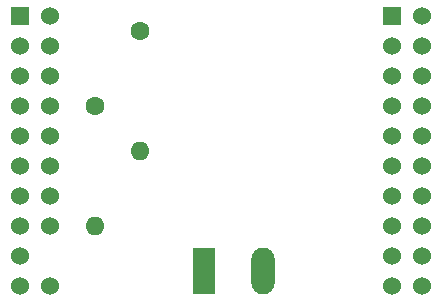
<source format=gbr>
%TF.GenerationSoftware,KiCad,Pcbnew,7.0.8*%
%TF.CreationDate,2024-04-03T00:11:47-07:00*%
%TF.ProjectId,DrapeCurrent - R1,44726170-6543-4757-9272-656e74202d20,rev?*%
%TF.SameCoordinates,Original*%
%TF.FileFunction,Soldermask,Bot*%
%TF.FilePolarity,Negative*%
%FSLAX46Y46*%
G04 Gerber Fmt 4.6, Leading zero omitted, Abs format (unit mm)*
G04 Created by KiCad (PCBNEW 7.0.8) date 2024-04-03 00:11:47*
%MOMM*%
%LPD*%
G01*
G04 APERTURE LIST*
%ADD10R,1.524000X1.524000*%
%ADD11C,1.524000*%
%ADD12C,1.600000*%
%ADD13O,1.600000X1.600000*%
%ADD14R,1.980000X3.960000*%
%ADD15O,1.980000X3.960000*%
G04 APERTURE END LIST*
D10*
%TO.C,J1*%
X1270000Y24130000D03*
D11*
X1270000Y21590000D03*
X1270000Y19050000D03*
X1270000Y16510000D03*
X1270000Y13970000D03*
X1270000Y11430000D03*
X1270000Y8890000D03*
X1270000Y6350000D03*
X1270000Y3810000D03*
X1270000Y1270000D03*
X3810000Y24130000D03*
X3810000Y21590000D03*
X3810000Y19050000D03*
X3810000Y16510000D03*
X3810000Y13970000D03*
X3810000Y11430000D03*
X3810000Y8890000D03*
X3810000Y6350000D03*
X3810000Y1270000D03*
D10*
X32766000Y24130000D03*
D11*
X32766000Y21590000D03*
X32766000Y19050000D03*
X32766000Y16510000D03*
X32766000Y13970000D03*
X32766000Y11430000D03*
X32766000Y8890000D03*
X32766000Y6350000D03*
X32766000Y3810000D03*
X32766000Y1270000D03*
X35306000Y24130000D03*
X35306000Y21590000D03*
X35306000Y19050000D03*
X35306000Y16510000D03*
X35306000Y13970000D03*
X35306000Y11430000D03*
X35306000Y8890000D03*
X35306000Y6350000D03*
X35306000Y3810000D03*
X35306000Y1270000D03*
%TD*%
D12*
%TO.C,R2*%
X7620000Y16510000D03*
D13*
X7620000Y6350000D03*
%TD*%
D12*
%TO.C,R1*%
X11430000Y22860000D03*
D13*
X11430000Y12700000D03*
%TD*%
D14*
%TO.C,J2*%
X16920000Y2540000D03*
D15*
X21920000Y2540000D03*
%TD*%
M02*

</source>
